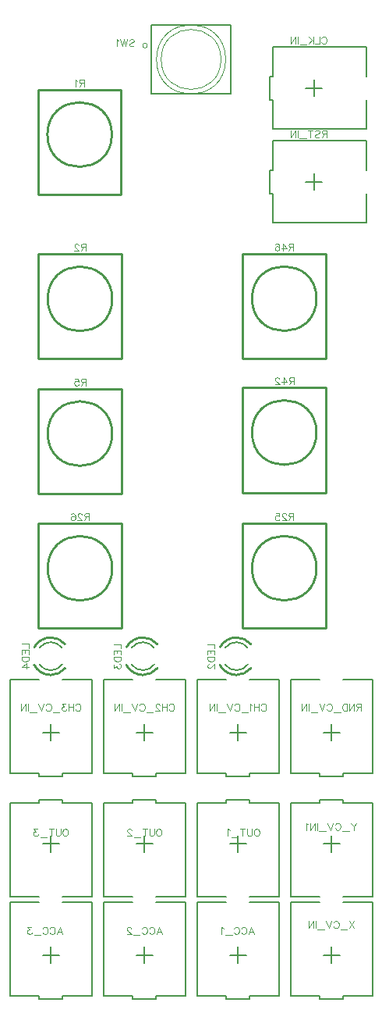
<source format=gbo>
G04 DipTrace 3.2.0.1*
G04 ugrids02.GBO*
%MOIN*%
G04 #@! TF.FileFunction,Legend,Bot*
G04 #@! TF.Part,Single*
%ADD10C,0.009843*%
%ADD17C,0.01*%
%ADD18C,0.006*%
%ADD20C,0.005984*%
%ADD23C,0.000013*%
%ADD31C,0.005*%
%ADD66C,0.004632*%
%FSLAX26Y26*%
G04*
G70*
G90*
G75*
G01*
G04 BotSilk*
%LPD*%
X1332143Y693983D2*
D18*
X1402178D1*
X1367178Y728930D2*
Y658987D1*
X1417193Y519100D2*
X1542178D1*
X1317163D2*
X1192178D1*
X1317163Y919109D2*
X1192178D1*
X1417193D2*
X1542178D1*
Y519100D1*
X1192178D2*
Y919109D1*
X1317163Y519100D2*
D20*
Y506626D1*
X1417193D1*
Y519100D1*
X932143Y693983D2*
D18*
X1002178D1*
X967178Y728930D2*
Y658987D1*
X1017193Y519100D2*
X1142178D1*
X917163D2*
X792178D1*
X917163Y919109D2*
X792178D1*
X1017193D2*
X1142178D1*
Y519100D1*
X792178D2*
Y919109D1*
X917163Y519100D2*
D20*
Y506626D1*
X1017193D1*
Y519100D1*
X532143Y693983D2*
D18*
X602178D1*
X567178Y728930D2*
Y658987D1*
X617193Y519100D2*
X742178D1*
X517163D2*
X392178D1*
X517163Y919109D2*
X392178D1*
X617193D2*
X742178D1*
Y519100D1*
X392178D2*
Y919109D1*
X517163Y519100D2*
D20*
Y506626D1*
X617193D1*
Y519100D1*
X1332143Y1643983D2*
D18*
X1402178D1*
X1367178Y1678930D2*
Y1608987D1*
X1417193Y1469100D2*
X1542178D1*
X1317163D2*
X1192178D1*
X1317163Y1869109D2*
X1192178D1*
X1417193D2*
X1542178D1*
Y1469100D1*
X1192178D2*
Y1869109D1*
X1317163Y1469100D2*
D20*
Y1456626D1*
X1417193D1*
Y1469100D1*
X932143Y1643983D2*
D18*
X1002178D1*
X967178Y1678930D2*
Y1608987D1*
X1017193Y1469100D2*
X1142178D1*
X917163D2*
X792178D1*
X917163Y1869109D2*
X792178D1*
X1017193D2*
X1142178D1*
Y1469100D1*
X792178D2*
Y1869109D1*
X917163Y1469100D2*
D20*
Y1456626D1*
X1017193D1*
Y1469100D1*
X532143Y1643983D2*
D18*
X602178D1*
X567178Y1678930D2*
Y1608987D1*
X617193Y1469100D2*
X742178D1*
X517163D2*
X392178D1*
X517163Y1869109D2*
X392178D1*
X617193D2*
X742178D1*
Y1469100D1*
X392178D2*
Y1869109D1*
X517163Y1469100D2*
D20*
Y1456626D1*
X617193D1*
Y1469100D1*
X1692057Y4429139D2*
D18*
Y4359104D1*
X1727004Y4394104D2*
X1657061D1*
X1517174Y4344089D2*
Y4219104D1*
Y4444119D2*
Y4569104D1*
X1917183Y4444119D2*
Y4569104D1*
Y4344089D2*
Y4219104D1*
X1517174D1*
Y4569104D2*
X1917183D1*
X1517174Y4444119D2*
D20*
X1504700D1*
Y4344089D1*
X1517174D1*
X869312Y3685048D2*
D10*
X515044D1*
Y3238171D1*
X869312D1*
Y3685048D1*
X554386Y3494107D2*
G02X554386Y3494107I137768J0D01*
G01*
X1361198Y1909104D2*
D18*
G03X1410022Y1934224I-14J60036D01*
G01*
X1313205Y1933104D2*
G03X1361198Y1909104I47993J35985D01*
G01*
Y2029104D2*
G02X1408559Y2005936I-7J-60007D01*
G01*
X1313836D2*
G02X1361198Y2029104I47368J-36839D01*
G01*
Y1889104D2*
D17*
G03X1422652Y1917888I25J79941D01*
G01*
X1290610Y1931456D2*
G03X1361198Y1889104I70615J37693D01*
G01*
Y2049104D2*
G02X1422267Y2020784I-29J-80068D01*
G01*
X1291734Y2008800D2*
G02X1361198Y2049104I69468J-39716D01*
G01*
X961198Y1909104D2*
D18*
G03X1010022Y1934224I-14J60036D01*
G01*
X913205Y1933104D2*
G03X961198Y1909104I47993J35985D01*
G01*
Y2029104D2*
G02X1008559Y2005936I-7J-60007D01*
G01*
X913836D2*
G02X961198Y2029104I47368J-36839D01*
G01*
Y1889104D2*
D17*
G03X1022652Y1917888I25J79941D01*
G01*
X890610Y1931456D2*
G03X961198Y1889104I70615J37693D01*
G01*
Y2049104D2*
G02X1022267Y2020784I-29J-80067D01*
G01*
X891734Y2008800D2*
G02X961198Y2049104I69468J-39716D01*
G01*
X567177Y1909104D2*
D18*
G03X616001Y1934224I-14J60036D01*
G01*
X519184Y1933104D2*
G03X567177Y1909104I47993J35985D01*
G01*
Y2029104D2*
G02X614538Y2005936I-7J-60007D01*
G01*
X519815D2*
G02X567177Y2029104I47368J-36839D01*
G01*
Y1889104D2*
D17*
G03X628631Y1917888I25J79941D01*
G01*
X496589Y1931456D2*
G03X567177Y1889104I70615J37693D01*
G01*
Y2049104D2*
G02X628246Y2020784I-29J-80067D01*
G01*
X497713Y2008800D2*
G02X567177Y2049104I69468J-39716D01*
G01*
X1402213Y1169225D2*
D18*
X1332178D1*
X1367178Y1134278D2*
Y1204222D1*
X1317163Y1344109D2*
X1192178D1*
X1417193D2*
X1542178D1*
X1417193Y944099D2*
X1542178D1*
X1317163D2*
X1192178D1*
Y1344109D1*
X1542178D2*
Y944099D1*
X1417193Y1344109D2*
D20*
Y1356583D1*
X1317163D1*
Y1344109D1*
X1002213Y1169225D2*
D18*
X932178D1*
X967178Y1134278D2*
Y1204222D1*
X917163Y1344109D2*
X792178D1*
X1017193D2*
X1142178D1*
X1017193Y944099D2*
X1142178D1*
X917163D2*
X792178D1*
Y1344109D1*
X1142178D2*
Y944099D1*
X1017193Y1344109D2*
D20*
Y1356583D1*
X917163D1*
Y1344109D1*
X602213Y1169225D2*
D18*
X532178D1*
X567178Y1134278D2*
Y1204222D1*
X517163Y1344109D2*
X392178D1*
X617193D2*
X742178D1*
X617193Y944099D2*
X742178D1*
X517163D2*
X392178D1*
Y1344109D1*
X742178D2*
Y944099D1*
X617193Y1344109D2*
D20*
Y1356583D1*
X517163D1*
Y1344109D1*
X867934Y4386299D2*
D10*
X513666D1*
Y3939422D1*
X867934D1*
Y4386299D1*
X553008Y4195358D2*
G02X553008Y4195358I137768J0D01*
G01*
X869312Y3110048D2*
X515044D1*
Y2663171D1*
X869312D1*
Y3110048D1*
X554386Y2919107D2*
G02X554386Y2919107I137768J0D01*
G01*
X1742737Y2535638D2*
X1388469D1*
Y2088762D1*
X1742737D1*
Y2535638D1*
X1427811Y2344698D2*
G02X1427811Y2344698I137768J0D01*
G01*
X869312Y2535048D2*
X515044D1*
Y2088171D1*
X869312D1*
Y2535048D1*
X554386Y2344107D2*
G02X554386Y2344107I137768J0D01*
G01*
X1742737Y3114575D2*
X1388469D1*
Y2667699D1*
X1742737D1*
Y3114575D1*
X1427811Y2923635D2*
G02X1427811Y2923635I137768J0D01*
G01*
X1742737Y3686003D2*
X1388469D1*
Y3239127D1*
X1742737D1*
Y3686003D1*
X1427811Y3495063D2*
G02X1427811Y3495063I137768J0D01*
G01*
X1732143Y1643983D2*
D18*
X1802178D1*
X1767178Y1678930D2*
Y1608987D1*
X1817193Y1469100D2*
X1942178D1*
X1717163D2*
X1592178D1*
X1717163Y1869109D2*
X1592178D1*
X1817193D2*
X1942178D1*
Y1469100D1*
X1592178D2*
Y1869109D1*
X1717163Y1469100D2*
D20*
Y1456626D1*
X1817193D1*
Y1469100D1*
X1692057Y4029139D2*
D18*
Y3959104D1*
X1727004Y3994104D2*
X1657061D1*
X1517174Y3944089D2*
Y3819104D1*
Y4044119D2*
Y4169104D1*
X1917183Y4044119D2*
Y4169104D1*
Y3944089D2*
Y3819104D1*
X1517174D1*
Y4169104D2*
X1917183D1*
X1517174Y4044119D2*
D20*
X1504700D1*
Y3944089D1*
X1517174D1*
X960481Y4575007D2*
D23*
G02X960481Y4575007I9847J0D01*
G01*
X1019212Y4515955D2*
G02X1019212Y4515955I147966J0D01*
G01*
X1039212D2*
G02X1039212Y4515955I127966J0D01*
G01*
X995929Y4663594D2*
D31*
X1338427D1*
Y4368316D1*
X995929Y4663594D2*
Y4368316D1*
X1338427D1*
X1732143Y693983D2*
D18*
X1802178D1*
X1767178Y728930D2*
Y658987D1*
X1817193Y519100D2*
X1942178D1*
X1717163D2*
X1592178D1*
X1717163Y919109D2*
X1592178D1*
X1817193D2*
X1942178D1*
Y519100D1*
X1592178D2*
Y919109D1*
X1717163Y519100D2*
D20*
Y506626D1*
X1817193D1*
Y519100D1*
X1802213Y1169225D2*
D18*
X1732178D1*
X1767178Y1134278D2*
Y1204222D1*
X1717163Y1344109D2*
X1592178D1*
X1817193D2*
X1942178D1*
X1817193Y944099D2*
X1942178D1*
X1717163D2*
X1592178D1*
Y1344109D1*
X1942178D2*
Y944099D1*
X1817193Y1344109D2*
D20*
Y1356583D1*
X1717163D1*
Y1344109D1*
X1412964Y783394D2*
D66*
X1424471Y813538D1*
X1435945Y783394D1*
X1431634Y793442D2*
X1417275D1*
X1382179Y806375D2*
X1383605Y809227D1*
X1386490Y812112D1*
X1389342Y813538D1*
X1395079D1*
X1397964Y812112D1*
X1400815Y809227D1*
X1402275Y806375D1*
X1403701Y802064D1*
Y794868D1*
X1402275Y790590D1*
X1400815Y787705D1*
X1397964Y784853D1*
X1395079Y783394D1*
X1389342D1*
X1386490Y784853D1*
X1383605Y787705D1*
X1382179Y790590D1*
X1351393Y806375D2*
X1352819Y809227D1*
X1355704Y812112D1*
X1358556Y813538D1*
X1364293D1*
X1367178Y812112D1*
X1370030Y809227D1*
X1371489Y806375D1*
X1372915Y802064D1*
Y794868D1*
X1371489Y790590D1*
X1370030Y787705D1*
X1367178Y784853D1*
X1364293Y783394D1*
X1358556D1*
X1355704Y784853D1*
X1352819Y787705D1*
X1351393Y790590D1*
X1342130Y778420D2*
X1314871D1*
X1305607Y807768D2*
X1302722Y809227D1*
X1298411Y813505D1*
Y783394D1*
X1019414D2*
X1030921Y813538D1*
X1042395Y783394D1*
X1038084Y793442D2*
X1023725D1*
X988629Y806375D2*
X990055Y809227D1*
X992940Y812112D1*
X995791Y813538D1*
X1001528D1*
X1004414Y812112D1*
X1007265Y809227D1*
X1008725Y806375D1*
X1010151Y802064D1*
Y794868D1*
X1008725Y790590D1*
X1007265Y787705D1*
X1004414Y784853D1*
X1001528Y783394D1*
X995791D1*
X992940Y784853D1*
X990055Y787705D1*
X988629Y790590D1*
X957843Y806375D2*
X959269Y809227D1*
X962154Y812112D1*
X965006Y813538D1*
X970743D1*
X973628Y812112D1*
X976480Y809227D1*
X977939Y806375D1*
X979365Y802064D1*
Y794868D1*
X977939Y790590D1*
X976480Y787705D1*
X973628Y784853D1*
X970743Y783394D1*
X965006D1*
X962154Y784853D1*
X959269Y787705D1*
X957843Y790590D1*
X948580Y778420D2*
X921321D1*
X910598Y806342D2*
Y807768D1*
X909172Y810653D1*
X907746Y812079D1*
X904861Y813505D1*
X899124D1*
X896272Y812079D1*
X894846Y810653D1*
X893387Y807768D1*
Y804916D1*
X894846Y802031D1*
X897698Y797753D1*
X912057Y783394D1*
X891961D1*
X594414D2*
X605921Y813538D1*
X617395Y783394D1*
X613084Y793442D2*
X598725D1*
X563629Y806375D2*
X565055Y809227D1*
X567940Y812112D1*
X570791Y813538D1*
X576528D1*
X579414Y812112D1*
X582265Y809227D1*
X583725Y806375D1*
X585151Y802064D1*
Y794868D1*
X583725Y790590D1*
X582265Y787705D1*
X579414Y784853D1*
X576528Y783394D1*
X570791D1*
X567940Y784853D1*
X565055Y787705D1*
X563629Y790590D1*
X532843Y806375D2*
X534269Y809227D1*
X537154Y812112D1*
X540006Y813538D1*
X545743D1*
X548628Y812112D1*
X551480Y809227D1*
X552939Y806375D1*
X554365Y802064D1*
Y794868D1*
X552939Y790590D1*
X551480Y787705D1*
X548628Y784853D1*
X545743Y783394D1*
X540006D1*
X537154Y784853D1*
X534269Y787705D1*
X532843Y790590D1*
X523580Y778420D2*
X496321D1*
X484172Y813505D2*
X468420D1*
X477009Y802031D1*
X472698D1*
X469846Y800605D1*
X468420Y799179D1*
X466961Y794868D1*
Y792016D1*
X468420Y787705D1*
X471272Y784820D1*
X475583Y783394D1*
X479894D1*
X484172Y784820D1*
X485598Y786279D1*
X487057Y789131D1*
X1466659Y1758875D2*
X1468085Y1761727D1*
X1470970Y1764612D1*
X1473822Y1766038D1*
X1479559D1*
X1482444Y1764612D1*
X1485296Y1761727D1*
X1486755Y1758875D1*
X1488181Y1754564D1*
Y1747368D1*
X1486755Y1743090D1*
X1485296Y1740205D1*
X1482444Y1737353D1*
X1479559Y1735894D1*
X1473822D1*
X1470970Y1737353D1*
X1468085Y1740205D1*
X1466659Y1743090D1*
X1457396Y1766038D2*
Y1735894D1*
X1437300Y1766038D2*
Y1735894D1*
X1457396Y1751679D2*
X1437300D1*
X1428036Y1760268D2*
X1425151Y1761727D1*
X1420840Y1766005D1*
Y1735894D1*
X1411576Y1730920D2*
X1384318D1*
X1353532Y1758875D2*
X1354958Y1761727D1*
X1357843Y1764612D1*
X1360695Y1766038D1*
X1366432D1*
X1369317Y1764612D1*
X1372169Y1761727D1*
X1373628Y1758875D1*
X1375054Y1754564D1*
Y1747368D1*
X1373628Y1743090D1*
X1372169Y1740205D1*
X1369317Y1737353D1*
X1366432Y1735894D1*
X1360695D1*
X1357843Y1737353D1*
X1354958Y1740205D1*
X1353532Y1743090D1*
X1344268Y1766038D2*
X1332795Y1735894D1*
X1321321Y1766038D1*
X1312057Y1730920D2*
X1284798D1*
X1275535Y1766038D2*
Y1735894D1*
X1246175Y1766038D2*
Y1735894D1*
X1266271Y1766038D1*
Y1735894D1*
X1073109Y1758875D2*
X1074535Y1761727D1*
X1077420Y1764612D1*
X1080272Y1766038D1*
X1086009D1*
X1088894Y1764612D1*
X1091746Y1761727D1*
X1093205Y1758875D1*
X1094631Y1754564D1*
Y1747368D1*
X1093205Y1743090D1*
X1091746Y1740205D1*
X1088894Y1737353D1*
X1086009Y1735894D1*
X1080272D1*
X1077420Y1737353D1*
X1074535Y1740205D1*
X1073109Y1743090D1*
X1063846Y1766038D2*
Y1735894D1*
X1043750Y1766038D2*
Y1735894D1*
X1063846Y1751679D2*
X1043750D1*
X1033027Y1758842D2*
Y1760268D1*
X1031601Y1763153D1*
X1030175Y1764579D1*
X1027290Y1766005D1*
X1021553D1*
X1018701Y1764579D1*
X1017275Y1763153D1*
X1015816Y1760268D1*
Y1757416D1*
X1017275Y1754531D1*
X1020127Y1750253D1*
X1034486Y1735894D1*
X1014390D1*
X1005127Y1730920D2*
X977868D1*
X947082Y1758875D2*
X948508Y1761727D1*
X951393Y1764612D1*
X954245Y1766038D1*
X959982D1*
X962867Y1764612D1*
X965719Y1761727D1*
X967178Y1758875D1*
X968604Y1754564D1*
Y1747368D1*
X967178Y1743090D1*
X965719Y1740205D1*
X962867Y1737353D1*
X959982Y1735894D1*
X954245D1*
X951393Y1737353D1*
X948508Y1740205D1*
X947082Y1743090D1*
X937819Y1766038D2*
X926345Y1735894D1*
X914871Y1766038D1*
X905607Y1730920D2*
X878348D1*
X869085Y1766038D2*
Y1735894D1*
X839725Y1766038D2*
Y1735894D1*
X859821Y1766038D1*
Y1735894D1*
X673109Y1758875D2*
X674535Y1761727D1*
X677420Y1764612D1*
X680272Y1766038D1*
X686009D1*
X688894Y1764612D1*
X691746Y1761727D1*
X693205Y1758875D1*
X694631Y1754564D1*
Y1747368D1*
X693205Y1743090D1*
X691746Y1740205D1*
X688894Y1737353D1*
X686009Y1735894D1*
X680272D1*
X677420Y1737353D1*
X674535Y1740205D1*
X673109Y1743090D1*
X663846Y1766038D2*
Y1735894D1*
X643750Y1766038D2*
Y1735894D1*
X663846Y1751679D2*
X643750D1*
X631601Y1766005D2*
X615849D1*
X624438Y1754531D1*
X620127D1*
X617275Y1753105D1*
X615849Y1751679D1*
X614390Y1747368D1*
Y1744516D1*
X615849Y1740205D1*
X618701Y1737320D1*
X623012Y1735894D1*
X627323D1*
X631601Y1737320D1*
X633027Y1738779D1*
X634486Y1741631D1*
X605127Y1730920D2*
X577868D1*
X547082Y1758875D2*
X548508Y1761727D1*
X551393Y1764612D1*
X554245Y1766038D1*
X559982D1*
X562867Y1764612D1*
X565719Y1761727D1*
X567178Y1758875D1*
X568604Y1754564D1*
Y1747368D1*
X567178Y1743090D1*
X565719Y1740205D1*
X562867Y1737353D1*
X559982Y1735894D1*
X554245D1*
X551393Y1737353D1*
X548508Y1740205D1*
X547082Y1743090D1*
X537819Y1766038D2*
X526345Y1735894D1*
X514871Y1766038D1*
X505607Y1730920D2*
X478348D1*
X469085Y1766038D2*
Y1735894D1*
X439725Y1766038D2*
Y1735894D1*
X459821Y1766038D1*
Y1735894D1*
X1724907Y4605875D2*
X1726333Y4608727D1*
X1729218Y4611612D1*
X1732070Y4613038D1*
X1737807D1*
X1740692Y4611612D1*
X1743544Y4608727D1*
X1745003Y4605875D1*
X1746429Y4601564D1*
Y4594368D1*
X1745003Y4590090D1*
X1743544Y4587205D1*
X1740692Y4584353D1*
X1737807Y4582894D1*
X1732070D1*
X1729218Y4584353D1*
X1726333Y4587205D1*
X1724907Y4590090D1*
X1715643Y4613038D2*
Y4582894D1*
X1698432D1*
X1689169Y4613038D2*
Y4582894D1*
X1669073Y4613038D2*
X1689169Y4592942D1*
X1682006Y4600138D2*
X1669073Y4582894D1*
X1659809Y4577920D2*
X1632550D1*
X1623287Y4613038D2*
Y4582894D1*
X1593927Y4613038D2*
Y4582894D1*
X1614023Y4613038D1*
Y4582894D1*
X716906Y3714623D2*
X704006D1*
X699695Y3716082D1*
X698236Y3717508D1*
X696810Y3720360D1*
Y3723245D1*
X698236Y3726097D1*
X699695Y3727556D1*
X704006Y3728982D1*
X716906D1*
Y3698838D1*
X706858Y3714623D2*
X696810Y3698838D1*
X686087Y3721786D2*
Y3723212D1*
X684661Y3726097D1*
X683235Y3727523D1*
X680350Y3728949D1*
X674613D1*
X671761Y3727523D1*
X670335Y3726097D1*
X668876Y3723212D1*
Y3720360D1*
X670335Y3717475D1*
X673187Y3713197D1*
X687546Y3698838D1*
X667450D1*
X1237265Y2021020D2*
X1267409D1*
Y2003809D1*
X1237265Y1975908D2*
Y1994545D1*
X1267409D1*
Y1975908D1*
X1251624Y1994545D2*
Y1983071D1*
X1237265Y1966645D2*
X1267409D1*
Y1956597D1*
X1265950Y1952286D1*
X1263098Y1949401D1*
X1260213Y1947975D1*
X1255935Y1946549D1*
X1248739D1*
X1244428Y1947975D1*
X1241576Y1949401D1*
X1238691Y1952286D1*
X1237265Y1956597D1*
Y1966645D1*
X1244461Y1935826D2*
X1243035D1*
X1240150Y1934400D1*
X1238724Y1932974D1*
X1237298Y1930089D1*
Y1924352D1*
X1238724Y1921500D1*
X1240150Y1920074D1*
X1243035Y1918615D1*
X1245887D1*
X1248772Y1920074D1*
X1253050Y1922926D1*
X1267409Y1937285D1*
Y1917189D1*
X837265Y2021020D2*
X867409D1*
Y2003809D1*
X837265Y1975908D2*
Y1994545D1*
X867409D1*
Y1975908D1*
X851624Y1994545D2*
Y1983071D1*
X837265Y1966645D2*
X867409D1*
Y1956597D1*
X865950Y1952286D1*
X863098Y1949401D1*
X860213Y1947975D1*
X855935Y1946549D1*
X848739D1*
X844428Y1947975D1*
X841576Y1949401D1*
X838691Y1952286D1*
X837265Y1956597D1*
Y1966645D1*
X837298Y1934400D2*
Y1918648D1*
X848772Y1927237D1*
Y1922926D1*
X850198Y1920074D1*
X851624Y1918648D1*
X855935Y1917189D1*
X858787D1*
X863098Y1918648D1*
X865983Y1921500D1*
X867409Y1925811D1*
Y1930122D1*
X865983Y1934400D1*
X864524Y1935826D1*
X861672Y1937285D1*
X443244Y2021733D2*
X473388D1*
Y2004522D1*
X443244Y1976621D2*
Y1995258D1*
X473388D1*
Y1976621D1*
X457603Y1995258D2*
Y1983784D1*
X443244Y1967358D2*
X473388D1*
Y1957310D1*
X471929Y1952999D1*
X469077Y1950114D1*
X466192Y1948688D1*
X461914Y1947262D1*
X454718D1*
X450407Y1948688D1*
X447555Y1950114D1*
X444670Y1952999D1*
X443244Y1957310D1*
Y1967358D1*
X473388Y1923639D2*
X443277D1*
X463340Y1937998D1*
Y1916476D1*
X1450881Y1232538D2*
X1453766Y1231112D1*
X1456618Y1228227D1*
X1458077Y1225375D1*
X1459503Y1221064D1*
Y1213868D1*
X1458077Y1209590D1*
X1456618Y1206705D1*
X1453766Y1203853D1*
X1450881Y1202394D1*
X1445144D1*
X1442292Y1203853D1*
X1439407Y1206705D1*
X1437981Y1209590D1*
X1436555Y1213868D1*
Y1221064D1*
X1437981Y1225375D1*
X1439407Y1228227D1*
X1442292Y1231112D1*
X1445144Y1232538D1*
X1450881D1*
X1427291D2*
Y1211016D1*
X1425865Y1206705D1*
X1422980Y1203853D1*
X1418669Y1202394D1*
X1415817D1*
X1411506Y1203853D1*
X1408621Y1206705D1*
X1407195Y1211016D1*
Y1232538D1*
X1387884D2*
Y1202394D1*
X1397932Y1232538D2*
X1377836D1*
X1368572Y1197420D2*
X1341313D1*
X1332050Y1226768D2*
X1329165Y1228227D1*
X1324854Y1232505D1*
Y1202394D1*
X1032331Y1232538D2*
X1035216Y1231112D1*
X1038068Y1228227D1*
X1039527Y1225375D1*
X1040953Y1221064D1*
Y1213868D1*
X1039527Y1209590D1*
X1038068Y1206705D1*
X1035216Y1203853D1*
X1032331Y1202394D1*
X1026594D1*
X1023742Y1203853D1*
X1020857Y1206705D1*
X1019431Y1209590D1*
X1018005Y1213868D1*
Y1221064D1*
X1019431Y1225375D1*
X1020857Y1228227D1*
X1023742Y1231112D1*
X1026594Y1232538D1*
X1032331D1*
X1008741D2*
Y1211016D1*
X1007315Y1206705D1*
X1004430Y1203853D1*
X1000119Y1202394D1*
X997267D1*
X992956Y1203853D1*
X990071Y1206705D1*
X988645Y1211016D1*
Y1232538D1*
X969334D2*
Y1202394D1*
X979382Y1232538D2*
X959286D1*
X950022Y1197420D2*
X922763D1*
X912040Y1225342D2*
Y1226768D1*
X910614Y1229653D1*
X909189Y1231079D1*
X906303Y1232505D1*
X900566D1*
X897715Y1231079D1*
X896289Y1229653D1*
X894830Y1226768D1*
Y1223916D1*
X896289Y1221031D1*
X899141Y1216753D1*
X913500Y1202394D1*
X893404D1*
X632331Y1232538D2*
X635216Y1231112D1*
X638068Y1228227D1*
X639527Y1225375D1*
X640953Y1221064D1*
Y1213868D1*
X639527Y1209590D1*
X638068Y1206705D1*
X635216Y1203853D1*
X632331Y1202394D1*
X626594D1*
X623742Y1203853D1*
X620857Y1206705D1*
X619431Y1209590D1*
X618005Y1213868D1*
Y1221064D1*
X619431Y1225375D1*
X620857Y1228227D1*
X623742Y1231112D1*
X626594Y1232538D1*
X632331D1*
X608741D2*
Y1211016D1*
X607315Y1206705D1*
X604430Y1203853D1*
X600119Y1202394D1*
X597267D1*
X592956Y1203853D1*
X590071Y1206705D1*
X588645Y1211016D1*
Y1232538D1*
X569334D2*
Y1202394D1*
X579382Y1232538D2*
X559286D1*
X550022Y1197420D2*
X522763D1*
X510614Y1232505D2*
X494863D1*
X503452Y1221031D1*
X499141D1*
X496289Y1219605D1*
X494863Y1218179D1*
X493404Y1213868D1*
Y1211016D1*
X494863Y1206705D1*
X497715Y1203820D1*
X502026Y1202394D1*
X506337D1*
X510614Y1203820D1*
X512040Y1205279D1*
X513500Y1208131D1*
X709078Y4415873D2*
X696178D1*
X691867Y4417333D1*
X690408Y4418758D1*
X688982Y4421610D1*
Y4424495D1*
X690408Y4427347D1*
X691867Y4428806D1*
X696178Y4430232D1*
X709078D1*
Y4400088D1*
X699030Y4415873D2*
X688982Y4400088D1*
X679718Y4424462D2*
X676833Y4425921D1*
X672522Y4430199D1*
Y4400088D1*
X716906Y3139623D2*
X704006D1*
X699695Y3141082D1*
X698236Y3142508D1*
X696810Y3145360D1*
Y3148245D1*
X698236Y3151097D1*
X699695Y3152556D1*
X704006Y3153982D1*
X716906D1*
Y3123838D1*
X706858Y3139623D2*
X696810Y3123838D1*
X670335Y3153949D2*
X684661D1*
X686087Y3141049D1*
X684661Y3142475D1*
X680350Y3143934D1*
X676072D1*
X671761Y3142475D1*
X668876Y3139623D1*
X667450Y3135312D1*
Y3132460D1*
X668876Y3128149D1*
X671761Y3125264D1*
X676072Y3123838D1*
X680350D1*
X684661Y3125264D1*
X686087Y3126723D1*
X687546Y3129575D1*
X1605011Y2565213D2*
X1592111D1*
X1587800Y2566672D1*
X1586341Y2568098D1*
X1584915Y2570950D1*
Y2573835D1*
X1586341Y2576687D1*
X1587800Y2578146D1*
X1592111Y2579572D1*
X1605011D1*
Y2549428D1*
X1594963Y2565213D2*
X1584915Y2549428D1*
X1574192Y2572376D2*
Y2573802D1*
X1572766Y2576687D1*
X1571340Y2578113D1*
X1568455Y2579539D1*
X1562718D1*
X1559866Y2578113D1*
X1558440Y2576687D1*
X1556981Y2573802D1*
Y2570950D1*
X1558440Y2568065D1*
X1561292Y2563787D1*
X1575651Y2549428D1*
X1555555D1*
X1529081Y2579539D2*
X1543407D1*
X1544833Y2566639D1*
X1543407Y2568065D1*
X1539096Y2569524D1*
X1534818D1*
X1530507Y2568065D1*
X1527622Y2565213D1*
X1526196Y2560902D1*
Y2558050D1*
X1527622Y2553739D1*
X1530507Y2550854D1*
X1534818Y2549428D1*
X1539096D1*
X1543407Y2550854D1*
X1544833Y2552313D1*
X1546292Y2555165D1*
X730856Y2564623D2*
X717956D1*
X713645Y2566082D1*
X712186Y2567508D1*
X710760Y2570360D1*
Y2573245D1*
X712186Y2576097D1*
X713645Y2577556D1*
X717956Y2578982D1*
X730856D1*
Y2548838D1*
X720808Y2564623D2*
X710760Y2548838D1*
X700037Y2571786D2*
Y2573212D1*
X698611Y2576097D1*
X697185Y2577523D1*
X694300Y2578949D1*
X688563D1*
X685712Y2577523D1*
X684286Y2576097D1*
X682826Y2573212D1*
Y2570360D1*
X684286Y2567475D1*
X687137Y2563197D1*
X701497Y2548838D1*
X681401D1*
X654926Y2574671D2*
X656352Y2577523D1*
X660663Y2578949D1*
X663515D1*
X667826Y2577523D1*
X670711Y2573212D1*
X672137Y2566049D1*
Y2558886D1*
X670711Y2553149D1*
X667826Y2550264D1*
X663515Y2548838D1*
X662089D1*
X657811Y2550264D1*
X654926Y2553149D1*
X653500Y2557460D1*
Y2558886D1*
X654926Y2563197D1*
X657811Y2566049D1*
X662089Y2567475D1*
X663515D1*
X667826Y2566049D1*
X670711Y2563197D1*
X672137Y2558886D1*
X1605724Y3144150D2*
X1592824D1*
X1588513Y3145609D1*
X1587054Y3147035D1*
X1585628Y3149887D1*
Y3152772D1*
X1587054Y3155624D1*
X1588513Y3157083D1*
X1592824Y3158509D1*
X1605724D1*
Y3128365D1*
X1595676Y3144150D2*
X1585628Y3128365D1*
X1562005D2*
Y3158476D1*
X1576364Y3138413D1*
X1554842D1*
X1544120Y3151313D2*
Y3152739D1*
X1542694Y3155624D1*
X1541268Y3157050D1*
X1538383Y3158476D1*
X1532646D1*
X1529794Y3157050D1*
X1528368Y3155624D1*
X1526909Y3152739D1*
Y3149887D1*
X1528368Y3147002D1*
X1531220Y3142724D1*
X1545579Y3128365D1*
X1525483D1*
X1604994Y3715578D2*
X1592094D1*
X1587783Y3717037D1*
X1586324Y3718463D1*
X1584898Y3721315D1*
Y3724200D1*
X1586324Y3727052D1*
X1587783Y3728511D1*
X1592094Y3729937D1*
X1604994D1*
Y3699793D1*
X1594946Y3715578D2*
X1584898Y3699793D1*
X1561276D2*
Y3729904D1*
X1575635Y3709841D1*
X1554113D1*
X1527638Y3725626D2*
X1529064Y3728478D1*
X1533375Y3729904D1*
X1536227D1*
X1540538Y3728478D1*
X1543423Y3724167D1*
X1544849Y3717004D1*
Y3709841D1*
X1543423Y3704104D1*
X1540538Y3701219D1*
X1536227Y3699793D1*
X1534801D1*
X1530523Y3701219D1*
X1527638Y3704104D1*
X1526212Y3708415D1*
Y3709841D1*
X1527638Y3714152D1*
X1530523Y3717004D1*
X1534801Y3718430D1*
X1536227D1*
X1540538Y3717004D1*
X1543423Y3714152D1*
X1544849Y3709841D1*
X1893918Y1751679D2*
X1881018D1*
X1876707Y1753138D1*
X1875248Y1754564D1*
X1873822Y1757416D1*
Y1760301D1*
X1875248Y1763153D1*
X1876707Y1764612D1*
X1881018Y1766038D1*
X1893918D1*
Y1735894D1*
X1883870Y1751679D2*
X1873822Y1735894D1*
X1844463Y1766038D2*
Y1735894D1*
X1864559Y1766038D1*
Y1735894D1*
X1835199Y1766038D2*
Y1735894D1*
X1825151D1*
X1820840Y1737353D1*
X1817955Y1740205D1*
X1816529Y1743090D1*
X1815103Y1747368D1*
Y1754564D1*
X1816529Y1758875D1*
X1817955Y1761727D1*
X1820840Y1764612D1*
X1825151Y1766038D1*
X1835199D1*
X1805839Y1730920D2*
X1778581D1*
X1747795Y1758875D2*
X1749221Y1761727D1*
X1752106Y1764612D1*
X1754958Y1766038D1*
X1760695D1*
X1763580Y1764612D1*
X1766432Y1761727D1*
X1767891Y1758875D1*
X1769317Y1754564D1*
Y1747368D1*
X1767891Y1743090D1*
X1766432Y1740205D1*
X1763580Y1737353D1*
X1760695Y1735894D1*
X1754958D1*
X1752106Y1737353D1*
X1749221Y1740205D1*
X1747795Y1743090D1*
X1738532Y1766038D2*
X1727058Y1735894D1*
X1715584Y1766038D1*
X1706320Y1730920D2*
X1679061D1*
X1669798Y1766038D2*
Y1735894D1*
X1640438Y1766038D2*
Y1735894D1*
X1660534Y1766038D1*
Y1735894D1*
X1747158Y4198679D2*
X1734259D1*
X1729947Y4200138D1*
X1728488Y4201564D1*
X1727062Y4204416D1*
Y4207301D1*
X1728488Y4210153D1*
X1729947Y4211612D1*
X1734259Y4213038D1*
X1747158D1*
Y4182894D1*
X1737110Y4198679D2*
X1727062Y4182894D1*
X1697703Y4208727D2*
X1700555Y4211612D1*
X1704866Y4213038D1*
X1710603D1*
X1714914Y4211612D1*
X1717799Y4208727D1*
Y4205875D1*
X1716340Y4202990D1*
X1714914Y4201564D1*
X1712062Y4200138D1*
X1703440Y4197253D1*
X1700555Y4195827D1*
X1699129Y4194368D1*
X1697703Y4191516D1*
Y4187205D1*
X1700555Y4184353D1*
X1704866Y4182894D1*
X1710603D1*
X1714914Y4184353D1*
X1717799Y4187205D1*
X1678391Y4213038D2*
Y4182894D1*
X1688439Y4213038D2*
X1668343D1*
X1659080Y4177920D2*
X1631821D1*
X1622557Y4213038D2*
Y4182894D1*
X1593198Y4213038D2*
Y4182894D1*
X1613294Y4213038D1*
Y4182894D1*
X903101Y4597293D2*
X905953Y4600178D1*
X910264Y4601604D1*
X916001D1*
X920312Y4600178D1*
X923197Y4597293D1*
Y4594441D1*
X921738Y4591556D1*
X920312Y4590130D1*
X917460Y4588704D1*
X908838Y4585819D1*
X905953Y4584393D1*
X904527Y4582934D1*
X903101Y4580082D1*
Y4575771D1*
X905953Y4572919D1*
X910264Y4571460D1*
X916001D1*
X920312Y4572919D1*
X923197Y4575771D1*
X893838Y4601604D2*
X886642Y4571460D1*
X879479Y4601604D1*
X872316Y4571460D1*
X865120Y4601604D1*
X855856Y4595834D2*
X852971Y4597293D1*
X848660Y4601571D1*
Y4571460D1*
X1864559Y838538D2*
X1844463Y808394D1*
Y838538D2*
X1864559Y808394D1*
X1835199Y803420D2*
X1807940D1*
X1777155Y831375D2*
X1778581Y834227D1*
X1781466Y837112D1*
X1784318Y838538D1*
X1790055D1*
X1792940Y837112D1*
X1795791Y834227D1*
X1797251Y831375D1*
X1798677Y827064D1*
Y819868D1*
X1797251Y815590D1*
X1795791Y812705D1*
X1792940Y809853D1*
X1790055Y808394D1*
X1784318D1*
X1781466Y809853D1*
X1778581Y812705D1*
X1777155Y815590D1*
X1767891Y838538D2*
X1756417Y808394D1*
X1744943Y838538D1*
X1735680Y803420D2*
X1708421D1*
X1699157Y838538D2*
Y808394D1*
X1669798Y838538D2*
Y808394D1*
X1689894Y838538D1*
Y808394D1*
X1874214Y1257538D2*
X1862740Y1243179D1*
Y1227394D1*
X1851266Y1257538D2*
X1862740Y1243179D1*
X1842003Y1222420D2*
X1814744D1*
X1783958Y1250375D2*
X1785384Y1253227D1*
X1788269Y1256112D1*
X1791121Y1257538D1*
X1796858D1*
X1799743Y1256112D1*
X1802595Y1253227D1*
X1804054Y1250375D1*
X1805480Y1246064D1*
Y1238868D1*
X1804054Y1234590D1*
X1802595Y1231705D1*
X1799743Y1228853D1*
X1796858Y1227394D1*
X1791121D1*
X1788269Y1228853D1*
X1785384Y1231705D1*
X1783958Y1234590D1*
X1774695Y1257538D2*
X1763221Y1227394D1*
X1751747Y1257538D1*
X1742483Y1222420D2*
X1715225D1*
X1705961Y1257538D2*
Y1227394D1*
X1676601Y1257538D2*
Y1227394D1*
X1696697Y1257538D1*
Y1227394D1*
X1667338Y1251768D2*
X1664453Y1253227D1*
X1660142Y1257505D1*
Y1227394D1*
M02*

</source>
